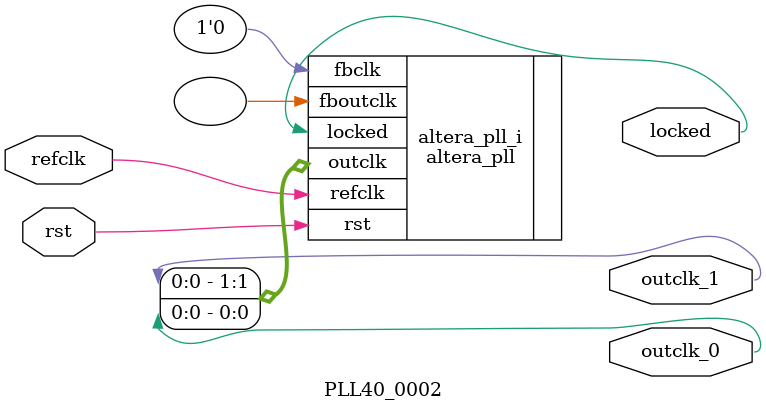
<source format=v>
`timescale 1ns/10ps
module  PLL40_0002(

	// interface 'refclk'
	input wire refclk,

	// interface 'reset'
	input wire rst,

	// interface 'outclk0'
	output wire outclk_0,

	// interface 'outclk1'
	output wire outclk_1,

	// interface 'locked'
	output wire locked
);

	altera_pll #(
		.fractional_vco_multiplier("false"),
		.reference_clock_frequency("50.0 MHz"),
		.operation_mode("direct"),
		.number_of_clocks(2),
		.output_clock_frequency0("40.000000 MHz"),
		.phase_shift0("0 ps"),
		.duty_cycle0(50),
		.output_clock_frequency1("150.000000 MHz"),
		.phase_shift1("0 ps"),
		.duty_cycle1(50),
		.output_clock_frequency2("0 MHz"),
		.phase_shift2("0 ps"),
		.duty_cycle2(50),
		.output_clock_frequency3("0 MHz"),
		.phase_shift3("0 ps"),
		.duty_cycle3(50),
		.output_clock_frequency4("0 MHz"),
		.phase_shift4("0 ps"),
		.duty_cycle4(50),
		.output_clock_frequency5("0 MHz"),
		.phase_shift5("0 ps"),
		.duty_cycle5(50),
		.output_clock_frequency6("0 MHz"),
		.phase_shift6("0 ps"),
		.duty_cycle6(50),
		.output_clock_frequency7("0 MHz"),
		.phase_shift7("0 ps"),
		.duty_cycle7(50),
		.output_clock_frequency8("0 MHz"),
		.phase_shift8("0 ps"),
		.duty_cycle8(50),
		.output_clock_frequency9("0 MHz"),
		.phase_shift9("0 ps"),
		.duty_cycle9(50),
		.output_clock_frequency10("0 MHz"),
		.phase_shift10("0 ps"),
		.duty_cycle10(50),
		.output_clock_frequency11("0 MHz"),
		.phase_shift11("0 ps"),
		.duty_cycle11(50),
		.output_clock_frequency12("0 MHz"),
		.phase_shift12("0 ps"),
		.duty_cycle12(50),
		.output_clock_frequency13("0 MHz"),
		.phase_shift13("0 ps"),
		.duty_cycle13(50),
		.output_clock_frequency14("0 MHz"),
		.phase_shift14("0 ps"),
		.duty_cycle14(50),
		.output_clock_frequency15("0 MHz"),
		.phase_shift15("0 ps"),
		.duty_cycle15(50),
		.output_clock_frequency16("0 MHz"),
		.phase_shift16("0 ps"),
		.duty_cycle16(50),
		.output_clock_frequency17("0 MHz"),
		.phase_shift17("0 ps"),
		.duty_cycle17(50),
		.pll_type("General"),
		.pll_subtype("General")
	) altera_pll_i (
		.rst	(rst),
		.outclk	({outclk_1, outclk_0}),
		.locked	(locked),
		.fboutclk	( ),
		.fbclk	(1'b0),
		.refclk	(refclk)
	);
endmodule


</source>
